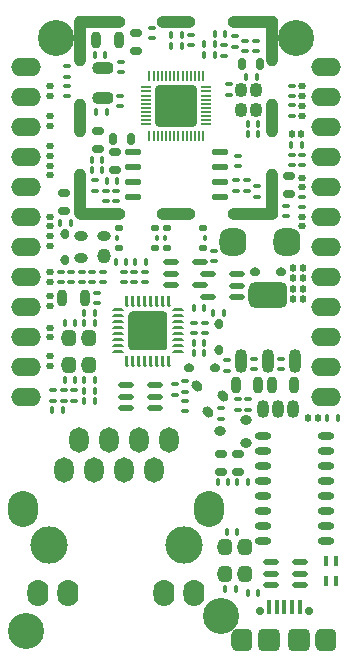
<source format=gts>
G04 #@! TF.GenerationSoftware,KiCad,Pcbnew,6.0.5-a6ca702e91~116~ubuntu20.04.1*
G04 #@! TF.CreationDate,2024-03-02T15:14:07+03:00*
G04 #@! TF.ProjectId,iot-esp-eth-ind,696f742d-6573-4702-9d65-74682d696e64,rev?*
G04 #@! TF.SameCoordinates,PX3072580PYa990340*
G04 #@! TF.FileFunction,Soldermask,Top*
G04 #@! TF.FilePolarity,Negative*
%FSLAX46Y46*%
G04 Gerber Fmt 4.6, Leading zero omitted, Abs format (unit mm)*
G04 Created by KiCad (PCBNEW 6.0.5-a6ca702e91~116~ubuntu20.04.1) date 2024-03-02 15:14:07*
%MOMM*%
%LPD*%
G01*
G04 APERTURE LIST*
G04 Aperture macros list*
%AMRoundRect*
0 Rectangle with rounded corners*
0 $1 Rounding radius*
0 $2 $3 $4 $5 $6 $7 $8 $9 X,Y pos of 4 corners*
0 Add a 4 corners polygon primitive as box body*
4,1,4,$2,$3,$4,$5,$6,$7,$8,$9,$2,$3,0*
0 Add four circle primitives for the rounded corners*
1,1,$1+$1,$2,$3*
1,1,$1+$1,$4,$5*
1,1,$1+$1,$6,$7*
1,1,$1+$1,$8,$9*
0 Add four rect primitives between the rounded corners*
20,1,$1+$1,$2,$3,$4,$5,0*
20,1,$1+$1,$4,$5,$6,$7,0*
20,1,$1+$1,$6,$7,$8,$9,0*
20,1,$1+$1,$8,$9,$2,$3,0*%
%AMHorizOval*
0 Thick line with rounded ends*
0 $1 width*
0 $2 $3 position (X,Y) of the first rounded end (center of the circle)*
0 $4 $5 position (X,Y) of the second rounded end (center of the circle)*
0 Add line between two ends*
20,1,$1,$2,$3,$4,$5,0*
0 Add two circle primitives to create the rounded ends*
1,1,$1,$2,$3*
1,1,$1,$4,$5*%
G04 Aperture macros list end*
%ADD10RoundRect,0.254000X-0.254000X0.063500X-0.254000X-0.063500X0.254000X-0.063500X0.254000X0.063500X0*%
%ADD11RoundRect,0.254000X0.254000X-0.063500X0.254000X0.063500X-0.254000X0.063500X-0.254000X-0.063500X0*%
%ADD12RoundRect,0.152400X0.038100X0.165100X-0.038100X0.165100X-0.038100X-0.165100X0.038100X-0.165100X0*%
%ADD13O,1.399540X0.599440*%
%ADD14RoundRect,0.152400X-0.165100X0.038100X-0.165100X-0.038100X0.165100X-0.038100X0.165100X0.038100X0*%
%ADD15O,1.016000X2.032000*%
%ADD16RoundRect,0.539750X-1.111250X0.539750X-1.111250X-0.539750X1.111250X-0.539750X1.111250X0.539750X0*%
%ADD17RoundRect,0.152400X0.165100X-0.038100X0.165100X0.038100X-0.165100X0.038100X-0.165100X-0.038100X0*%
%ADD18RoundRect,0.508000X-0.127000X0.190500X-0.127000X-0.190500X0.127000X-0.190500X0.127000X0.190500X0*%
%ADD19RoundRect,0.152400X-0.038100X-0.165100X0.038100X-0.165100X0.038100X0.165100X-0.038100X0.165100X0*%
%ADD20RoundRect,0.508000X0.127000X-0.190500X0.127000X0.190500X-0.127000X0.190500X-0.127000X-0.190500X0*%
%ADD21RoundRect,0.406400X-0.482600X0.101600X-0.482600X-0.101600X0.482600X-0.101600X0.482600X0.101600X0*%
%ADD22RoundRect,0.254000X0.063500X0.254000X-0.063500X0.254000X-0.063500X-0.254000X0.063500X-0.254000X0*%
%ADD23O,0.254000X1.016000*%
%ADD24O,1.016000X0.254000*%
%ADD25RoundRect,0.330200X-1.320800X-1.320800X1.320800X-1.320800X1.320800X1.320800X-1.320800X1.320800X0*%
%ADD26C,3.048000*%
%ADD27RoundRect,0.335280X0.083820X0.363220X-0.083820X0.363220X-0.083820X-0.363220X0.083820X-0.363220X0*%
%ADD28RoundRect,0.254000X-0.063500X-0.254000X0.063500X-0.254000X0.063500X0.254000X-0.063500X0.254000X0*%
%ADD29RoundRect,0.203200X-0.050800X-0.114300X0.050800X-0.114300X0.050800X0.114300X-0.050800X0.114300X0*%
%ADD30O,0.762000X0.914400*%
%ADD31RoundRect,0.203200X0.114300X-0.050800X0.114300X0.050800X-0.114300X0.050800X-0.114300X-0.050800X0*%
%ADD32RoundRect,0.335280X-0.083820X-0.363220X0.083820X-0.363220X0.083820X0.363220X-0.083820X0.363220X0*%
%ADD33O,1.320800X0.508000*%
%ADD34O,1.016000X1.524000*%
%ADD35O,0.406400X0.914400*%
%ADD36O,0.914400X0.762000*%
%ADD37O,1.016000X0.812800*%
%ADD38RoundRect,0.203200X-0.114300X0.050800X-0.114300X-0.050800X0.114300X-0.050800X0.114300X0.050800X0*%
%ADD39O,0.762000X0.558800*%
%ADD40O,0.355600X0.635000*%
%ADD41C,0.711200*%
%ADD42O,0.381000X1.270000*%
%ADD43RoundRect,0.444500X-0.444500X0.508000X-0.444500X-0.508000X0.444500X-0.508000X0.444500X0.508000X0*%
%ADD44RoundRect,0.476250X-0.476250X0.476250X-0.476250X-0.476250X0.476250X-0.476250X0.476250X0.476250X0*%
%ADD45O,2.540000X1.524000*%
%ADD46RoundRect,0.914400X-0.228600X-0.292100X0.228600X-0.292100X0.228600X0.292100X-0.228600X0.292100X0*%
%ADD47RoundRect,0.203200X0.050800X0.114300X-0.050800X0.114300X-0.050800X-0.114300X0.050800X-0.114300X0*%
%ADD48O,1.371600X0.558800*%
%ADD49C,3.175000*%
%ADD50O,1.651000X2.159000*%
%ADD51O,1.778000X2.286000*%
%ADD52O,2.540000X3.048000*%
%ADD53O,1.143000X1.270000*%
%ADD54O,1.143000X0.838200*%
%ADD55HorizOval,0.812800X-0.071842X0.071842X0.071842X-0.071842X0*%
%ADD56RoundRect,0.406400X-0.101600X0.165100X-0.101600X-0.165100X0.101600X-0.165100X0.101600X0.165100X0*%
%ADD57O,0.177800X0.889000*%
%ADD58O,0.889000X0.177800*%
%ADD59RoundRect,0.355600X1.422400X1.422400X-1.422400X1.422400X-1.422400X-1.422400X1.422400X-1.422400X0*%
%ADD60O,4.318000X1.016000*%
%ADD61O,1.016000X4.318000*%
%ADD62O,1.016000X3.302000*%
%ADD63O,3.302000X1.016000*%
G04 APERTURE END LIST*
D10*
G04 #@! TO.C,C22*
X11303000Y52654200D03*
X11303000Y51130200D03*
G04 #@! TD*
D11*
G04 #@! TO.C,L81*
X18542000Y15494000D03*
X18542000Y17018000D03*
G04 #@! TD*
G04 #@! TO.C,L2*
X9525000Y41021000D03*
X9525000Y42545000D03*
G04 #@! TD*
D12*
G04 #@! TO.C,C87*
X20764500Y14605000D03*
X19875500Y14605000D03*
G04 #@! TD*
D13*
G04 #@! TO.C,U81*
X22098000Y18542000D03*
X22098000Y17272000D03*
X22098000Y16002000D03*
X22098000Y14732000D03*
X22098000Y13462000D03*
X22098000Y12192000D03*
X22098000Y10922000D03*
X22098000Y9652000D03*
X27432000Y9652000D03*
X27432000Y10922000D03*
X27432000Y12192000D03*
X27432000Y13462000D03*
X27432000Y14732000D03*
X27432000Y16002000D03*
X27432000Y17272000D03*
X27432000Y18542000D03*
G04 #@! TD*
D14*
G04 #@! TO.C,C7*
X21463000Y52006500D03*
X21463000Y51117500D03*
G04 #@! TD*
G04 #@! TO.C,R72*
X8509000Y32448500D03*
X8509000Y31559500D03*
G04 #@! TD*
G04 #@! TO.C,C24*
X8763000Y39306500D03*
X8763000Y38417500D03*
G04 #@! TD*
D15*
G04 #@! TO.C,U41*
X20193000Y24892000D03*
X22479000Y24892000D03*
X24765000Y24892000D03*
D16*
X22479000Y30480000D03*
G04 #@! TD*
D10*
G04 #@! TO.C,D42*
X24257000Y38989000D03*
X24257000Y40513000D03*
G04 #@! TD*
D11*
G04 #@! TO.C,C18*
X8128000Y42824400D03*
X8128000Y44348400D03*
G04 #@! TD*
D17*
G04 #@! TO.C,C62*
X5207000Y21526500D03*
X5207000Y22415500D03*
G04 #@! TD*
D18*
G04 #@! TO.C,X81*
X18859500Y9144000D03*
X18859500Y6858000D03*
X20510500Y6858000D03*
X20510500Y9144000D03*
G04 #@! TD*
D19*
G04 #@! TO.C,C12*
X20637500Y48895000D03*
X21526500Y48895000D03*
G04 #@! TD*
D14*
G04 #@! TO.C,C25*
X9652000Y39306500D03*
X9652000Y38417500D03*
G04 #@! TD*
G04 #@! TO.C,C10*
X19939000Y42278300D03*
X19939000Y41389300D03*
G04 #@! TD*
D20*
G04 #@! TO.C,X61*
X7302500Y24511000D03*
X7302500Y26797000D03*
X5651500Y26797000D03*
X5651500Y24511000D03*
G04 #@! TD*
D14*
G04 #@! TO.C,C3*
X18796000Y51625500D03*
X18796000Y50736500D03*
G04 #@! TD*
G04 #@! TO.C,C65*
X14605000Y22923500D03*
X14605000Y22034500D03*
G04 #@! TD*
G04 #@! TO.C,R51*
X24511000Y42354500D03*
X24511000Y41465500D03*
G04 #@! TD*
D19*
G04 #@! TO.C,R69*
X16192500Y26416000D03*
X17081500Y26416000D03*
G04 #@! TD*
D21*
G04 #@! TO.C,X2*
X8509000Y49657000D03*
X8509000Y47117000D03*
G04 #@! TD*
D19*
G04 #@! TO.C,R31*
X9588500Y33274000D03*
X10477500Y33274000D03*
G04 #@! TD*
D17*
G04 #@! TO.C,C73*
X7620000Y31559500D03*
X7620000Y32448500D03*
G04 #@! TD*
D22*
G04 #@! TO.C,C11*
X10922000Y43688000D03*
X9398000Y43688000D03*
G04 #@! TD*
D23*
G04 #@! TO.C,U61*
X10566400Y24892000D03*
X11074400Y24892000D03*
X11569700Y24892000D03*
X12065000Y24892000D03*
X12573000Y24892000D03*
X13068300Y24892000D03*
X13563600Y24892000D03*
X14071600Y24892000D03*
D24*
X14859000Y25679400D03*
X14859000Y26187400D03*
X14859000Y26682700D03*
X14859000Y27178000D03*
X14859000Y27686000D03*
X14859000Y28181300D03*
X14859000Y28676600D03*
X14859000Y29184600D03*
D23*
X14071600Y29972000D03*
X13563600Y29972000D03*
X13068300Y29972000D03*
X12573000Y29972000D03*
X12065000Y29972000D03*
X11569700Y29972000D03*
X11074400Y29972000D03*
X10566400Y29972000D03*
D24*
X9779000Y29184600D03*
X9779000Y28676600D03*
X9779000Y28181300D03*
X9779000Y27686000D03*
X9779000Y27178000D03*
X9779000Y26682700D03*
X9779000Y26187400D03*
X9779000Y25679400D03*
D25*
X12319000Y27432000D03*
G04 #@! TD*
D19*
G04 #@! TO.C,C23*
X14287500Y52451000D03*
X15176500Y52451000D03*
G04 #@! TD*
G04 #@! TO.C,C15*
X7937500Y45974000D03*
X8826500Y45974000D03*
G04 #@! TD*
D14*
G04 #@! TO.C,C66*
X16256000Y28130500D03*
X16256000Y27241500D03*
G04 #@! TD*
G04 #@! TO.C,C5*
X9931400Y47358300D03*
X9931400Y46469300D03*
G04 #@! TD*
D26*
G04 #@! TO.C,FD3*
X2032000Y2032000D03*
G04 #@! TD*
D27*
G04 #@! TO.C,C21*
X9842500Y52070000D03*
X7937500Y52070000D03*
G04 #@! TD*
D28*
G04 #@! TO.C,C8*
X20320000Y50038000D03*
X21844000Y50038000D03*
G04 #@! TD*
D29*
G04 #@! TO.C,D107*
X24612600Y31877000D03*
X25425400Y31877000D03*
G04 #@! TD*
D14*
G04 #@! TO.C,R56*
X24511000Y48196500D03*
X24511000Y47307500D03*
G04 #@! TD*
D30*
G04 #@! TO.C,D82*
X18338800Y28041600D03*
X18338800Y25806400D03*
G04 #@! TD*
D12*
G04 #@! TO.C,R64*
X7810500Y22352000D03*
X6921500Y22352000D03*
G04 #@! TD*
D31*
G04 #@! TO.C,D95*
X4064000Y36296600D03*
X4064000Y37109400D03*
G04 #@! TD*
D12*
G04 #@! TO.C,C81*
X21653500Y5207000D03*
X20764500Y5207000D03*
G04 #@! TD*
G04 #@! TO.C,C69*
X6159500Y23241000D03*
X5270500Y23241000D03*
G04 #@! TD*
D32*
G04 #@! TO.C,C89*
X19748500Y22860000D03*
X21653500Y22860000D03*
G04 #@! TD*
D19*
G04 #@! TO.C,C70*
X5270500Y28067000D03*
X6159500Y28067000D03*
G04 #@! TD*
D14*
G04 #@! TO.C,R7*
X19812000Y40195500D03*
X19812000Y39306500D03*
G04 #@! TD*
D12*
G04 #@! TO.C,C68*
X7810500Y28067000D03*
X6921500Y28067000D03*
G04 #@! TD*
D33*
G04 #@! TO.C,D81*
X25196800Y5892800D03*
X25196800Y6858000D03*
X25196800Y7823200D03*
X22758400Y7823200D03*
X22758400Y6858000D03*
X22758400Y5892800D03*
G04 #@! TD*
D17*
G04 #@! TO.C,C2*
X16002000Y51625500D03*
X16002000Y52514500D03*
G04 #@! TD*
D12*
G04 #@! TO.C,R6*
X17081500Y29387800D03*
X16192500Y29387800D03*
G04 #@! TD*
G04 #@! TO.C,C1*
X17970500Y51689000D03*
X17081500Y51689000D03*
G04 #@! TD*
D34*
G04 #@! TO.C,J41*
X22098000Y20828000D03*
X23368000Y20828000D03*
X24638000Y20828000D03*
G04 #@! TD*
D35*
G04 #@! TO.C,T81*
X27406600Y6248400D03*
X27406600Y7975600D03*
X28219400Y7975600D03*
X28219400Y6248400D03*
G04 #@! TD*
D36*
G04 #@! TO.C,D41*
X21361400Y32385000D03*
X23596600Y32385000D03*
G04 #@! TD*
D37*
G04 #@! TO.C,Q81*
X20657820Y17970500D03*
X20657820Y19875500D03*
X18458180Y18923000D03*
G04 #@! TD*
D17*
G04 #@! TO.C,R4*
X19177000Y47434500D03*
X19177000Y48323500D03*
G04 #@! TD*
D12*
G04 #@! TO.C,C17*
X8445500Y41910000D03*
X7556500Y41910000D03*
G04 #@! TD*
D19*
G04 #@! TO.C,C9*
X20764500Y44069000D03*
X21653500Y44069000D03*
G04 #@! TD*
D14*
G04 #@! TO.C,R2*
X21590000Y39687500D03*
X21590000Y38798500D03*
G04 #@! TD*
D38*
G04 #@! TO.C,D96*
X4064000Y35458400D03*
X4064000Y34645600D03*
G04 #@! TD*
D17*
G04 #@! TO.C,C63*
X6096000Y21526500D03*
X6096000Y22415500D03*
G04 #@! TD*
D14*
G04 #@! TO.C,C43*
X21336000Y25082500D03*
X21336000Y24193500D03*
G04 #@! TD*
D12*
G04 #@! TO.C,C19*
X8445500Y41021000D03*
X7556500Y41021000D03*
G04 #@! TD*
D17*
G04 #@! TO.C,C4*
X5461000Y48958500D03*
X5461000Y49847500D03*
G04 #@! TD*
D38*
G04 #@! TO.C,D94*
X4064000Y41427400D03*
X4064000Y40614600D03*
G04 #@! TD*
D26*
G04 #@! TO.C,FD4*
X18542000Y3302000D03*
G04 #@! TD*
D19*
G04 #@! TO.C,C90*
X17843500Y28956000D03*
X18732500Y28956000D03*
G04 #@! TD*
D12*
G04 #@! TO.C,C14*
X8699500Y50800000D03*
X7810500Y50800000D03*
G04 #@! TD*
D26*
G04 #@! TO.C,FD1*
X4572000Y52197000D03*
G04 #@! TD*
D14*
G04 #@! TO.C,C6*
X19685000Y52387500D03*
X19685000Y51498500D03*
G04 #@! TD*
D36*
G04 #@! TO.C,D83*
X18008600Y24257000D03*
X15773400Y24257000D03*
G04 #@! TD*
D30*
G04 #@! TO.C,D31*
X5334000Y35661600D03*
X5334000Y33426400D03*
G04 #@! TD*
D38*
G04 #@! TO.C,D101*
X25400000Y48158400D03*
X25400000Y47345600D03*
G04 #@! TD*
D39*
G04 #@! TO.C,S31*
X12954000Y34467800D03*
X9906000Y34467800D03*
X12954000Y36144200D03*
X9906000Y36144200D03*
D40*
X13131800Y35306000D03*
X9728200Y35306000D03*
G04 #@! TD*
D10*
G04 #@! TO.C,C83*
X19939000Y17018000D03*
X19939000Y15494000D03*
G04 #@! TD*
D12*
G04 #@! TO.C,D1*
X18859500Y52578000D03*
X17970500Y52578000D03*
G04 #@! TD*
D41*
G04 #@! TO.C,J81*
X25958800Y3733800D03*
X21793200Y3733800D03*
D42*
X22575520Y4064000D03*
X23228300Y4064000D03*
X23876000Y4064000D03*
X24523700Y4064000D03*
X25176480Y4064000D03*
D43*
X27432000Y1270000D03*
D44*
X25146000Y1270000D03*
D43*
X20320000Y1270000D03*
D44*
X22606000Y1270000D03*
G04 #@! TD*
D31*
G04 #@! TO.C,D99*
X4064000Y26898600D03*
X4064000Y27711400D03*
G04 #@! TD*
D14*
G04 #@! TO.C,L4*
X7874000Y40195500D03*
X7874000Y39306500D03*
G04 #@! TD*
D19*
G04 #@! TO.C,R32*
X4889500Y36576000D03*
X5778500Y36576000D03*
G04 #@! TD*
G04 #@! TO.C,C13*
X20764500Y44958000D03*
X21653500Y44958000D03*
G04 #@! TD*
D14*
G04 #@! TO.C,R84*
X19050000Y24955500D03*
X19050000Y24066500D03*
G04 #@! TD*
D17*
G04 #@! TO.C,C86*
X20828000Y20764500D03*
X20828000Y21653500D03*
G04 #@! TD*
D33*
G04 #@! TO.C,U62*
X14274800Y33223200D03*
X14274800Y32258000D03*
X14274800Y31292800D03*
X16713200Y31292800D03*
X16713200Y33223200D03*
G04 #@! TD*
D29*
G04 #@! TO.C,D109*
X24612600Y30099000D03*
X25425400Y30099000D03*
G04 #@! TD*
D17*
G04 #@! TO.C,R41*
X24003000Y37147500D03*
X24003000Y38036500D03*
G04 #@! TD*
D11*
G04 #@! TO.C,C32*
X5207000Y37592000D03*
X5207000Y39116000D03*
G04 #@! TD*
D29*
G04 #@! TO.C,D108*
X24612600Y30988000D03*
X25425400Y30988000D03*
G04 #@! TD*
D38*
G04 #@! TO.C,D102*
X25400000Y46475650D03*
X25400000Y45662850D03*
G04 #@! TD*
D12*
G04 #@! TO.C,C67*
X7810500Y28956000D03*
X6921500Y28956000D03*
G04 #@! TD*
G04 #@! TO.C,C64*
X7810500Y21463000D03*
X6921500Y21463000D03*
G04 #@! TD*
D14*
G04 #@! TO.C,R67*
X11176000Y32448500D03*
X11176000Y31559500D03*
G04 #@! TD*
D33*
G04 #@! TO.C,U82*
X19888200Y30276800D03*
X19888200Y31242000D03*
X19888200Y32207200D03*
X17449800Y32207200D03*
X17449800Y30276800D03*
G04 #@! TD*
D14*
G04 #@! TO.C,R81*
X18542000Y20891500D03*
X18542000Y20002500D03*
G04 #@! TD*
D19*
G04 #@! TO.C,C31*
X11239500Y33274000D03*
X12128500Y33274000D03*
G04 #@! TD*
D45*
G04 #@! TO.C,J52*
X27432000Y49784000D03*
X27432000Y47244000D03*
X27432000Y44704000D03*
X27432000Y42164000D03*
X27432000Y39624000D03*
X27432000Y37084000D03*
X27432000Y34544000D03*
X27432000Y32004000D03*
X27432000Y29464000D03*
X27432000Y26924000D03*
X27432000Y24384000D03*
X27432000Y21844000D03*
G04 #@! TD*
D46*
G04 #@! TO.C,C42*
X19558000Y34925000D03*
X24130000Y34925000D03*
G04 #@! TD*
D12*
G04 #@! TO.C,R70*
X7810500Y23241000D03*
X6921500Y23241000D03*
G04 #@! TD*
D38*
G04 #@! TO.C,D100*
X4064000Y25298400D03*
X4064000Y24485600D03*
G04 #@! TD*
D47*
G04 #@! TO.C,D110*
X26695400Y20066000D03*
X25882600Y20066000D03*
G04 #@! TD*
D48*
G04 #@! TO.C,U2*
X18415000Y38735000D03*
X18415000Y40005000D03*
X18415000Y41275000D03*
X18415000Y42545000D03*
X11049000Y42545000D03*
X11049000Y41275000D03*
X11049000Y40005000D03*
X11049000Y38735000D03*
G04 #@! TD*
D49*
G04 #@! TO.C,J61*
X15367000Y9268968D03*
X3937000Y9268968D03*
D50*
X5207000Y15621000D03*
X6477000Y18161000D03*
X7747000Y15621000D03*
X9017000Y18161000D03*
X10287000Y15621000D03*
X11557000Y18161000D03*
X12827000Y15621000D03*
X14097000Y18161000D03*
D51*
X3048000Y5207000D03*
X5588000Y5207000D03*
X13716000Y5207000D03*
X16256000Y5207000D03*
D52*
X17526000Y12319000D03*
X1778000Y12319000D03*
G04 #@! TD*
D17*
G04 #@! TO.C,R1*
X20574000Y51117500D03*
X20574000Y52006500D03*
G04 #@! TD*
D14*
G04 #@! TO.C,R71*
X15494000Y23177500D03*
X15494000Y22288500D03*
G04 #@! TD*
D17*
G04 #@! TO.C,C74*
X6731000Y31559500D03*
X6731000Y32448500D03*
G04 #@! TD*
G04 #@! TO.C,R82*
X15494000Y20637500D03*
X15494000Y21526500D03*
G04 #@! TD*
D14*
G04 #@! TO.C,R63*
X4318000Y22415500D03*
X4318000Y21526500D03*
G04 #@! TD*
D17*
G04 #@! TO.C,L82*
X19939000Y20764500D03*
X19939000Y21653500D03*
G04 #@! TD*
D19*
G04 #@! TO.C,R68*
X16192500Y25527000D03*
X17081500Y25527000D03*
G04 #@! TD*
D14*
G04 #@! TO.C,R52*
X25400000Y38798500D03*
X25400000Y37909500D03*
G04 #@! TD*
D32*
G04 #@! TO.C,C72*
X5092700Y30226000D03*
X6997700Y30226000D03*
G04 #@! TD*
D19*
G04 #@! TO.C,R54*
X24447500Y43180000D03*
X25336500Y43180000D03*
G04 #@! TD*
D53*
G04 #@! TO.C,U31*
X8572500Y33769300D03*
D54*
X8572500Y35496500D03*
X6667500Y35496500D03*
X6667500Y33591500D03*
G04 #@! TD*
D17*
G04 #@! TO.C,R3*
X5461000Y47307500D03*
X5461000Y48196500D03*
G04 #@! TD*
D14*
G04 #@! TO.C,R85*
X23622000Y25082500D03*
X23622000Y24193500D03*
G04 #@! TD*
D31*
G04 #@! TO.C,D104*
X25400000Y39598600D03*
X25400000Y40411400D03*
G04 #@! TD*
D38*
G04 #@! TO.C,D91*
X4064000Y48158400D03*
X4064000Y47345600D03*
G04 #@! TD*
D31*
G04 #@! TO.C,D105*
X25400000Y36296600D03*
X25400000Y37109400D03*
G04 #@! TD*
D45*
G04 #@! TO.C,J51*
X2032000Y49784000D03*
X2032000Y47244000D03*
X2032000Y44704000D03*
X2032000Y42164000D03*
X2032000Y39624000D03*
X2032000Y37084000D03*
X2032000Y34544000D03*
X2032000Y32004000D03*
X2032000Y29464000D03*
X2032000Y26924000D03*
X2032000Y24384000D03*
X2032000Y21844000D03*
G04 #@! TD*
D29*
G04 #@! TO.C,D103*
X24485600Y44069000D03*
X25298400Y44069000D03*
G04 #@! TD*
D55*
G04 #@! TO.C,Q82*
X17376170Y20576498D03*
X18723208Y21923536D03*
X16494309Y22805397D03*
G04 #@! TD*
D14*
G04 #@! TO.C,R8*
X20701000Y40195500D03*
X20701000Y39306500D03*
G04 #@! TD*
D12*
G04 #@! TO.C,R62*
X5118100Y20701000D03*
X4229100Y20701000D03*
G04 #@! TD*
D56*
G04 #@! TO.C,X1*
X20193000Y47802800D03*
X20193000Y46151800D03*
X21463000Y46151800D03*
X21463000Y47802800D03*
G04 #@! TD*
D12*
G04 #@! TO.C,L1*
X17970500Y50800000D03*
X17081500Y50800000D03*
G04 #@! TD*
D17*
G04 #@! TO.C,R83*
X17145000Y27241500D03*
X17145000Y28130500D03*
G04 #@! TD*
D38*
G04 #@! TO.C,D98*
X4064000Y30378400D03*
X4064000Y29565600D03*
G04 #@! TD*
G04 #@! TO.C,D93*
X4064000Y43078400D03*
X4064000Y42265600D03*
G04 #@! TD*
D12*
G04 #@! TO.C,C85*
X19748500Y5588000D03*
X18859500Y5588000D03*
G04 #@! TD*
D19*
G04 #@! TO.C,C16*
X8826500Y40132000D03*
X9715500Y40132000D03*
G04 #@! TD*
D26*
G04 #@! TO.C,FD2*
X24892000Y52197000D03*
G04 #@! TD*
D19*
G04 #@! TO.C,C88*
X27495500Y20066000D03*
X28384500Y20066000D03*
G04 #@! TD*
G04 #@! TO.C,L3*
X14287500Y51587400D03*
X15176500Y51587400D03*
G04 #@! TD*
D57*
G04 #@! TO.C,U1*
X17007000Y49022000D03*
X16657000Y49022000D03*
X16307000Y49022000D03*
X15957000Y49022000D03*
X15607000Y49022000D03*
X15257000Y49022000D03*
X14907000Y49022000D03*
X14557000Y49022000D03*
X14207000Y49022000D03*
X13857000Y49022000D03*
X13507000Y49022000D03*
X13157000Y49022000D03*
X12807000Y49022000D03*
X12457000Y49022000D03*
D58*
X12192000Y48057000D03*
X12192000Y47707000D03*
X12192000Y47357000D03*
X12192000Y47007000D03*
X12192000Y46657000D03*
X12192000Y46307000D03*
X12192000Y45957000D03*
X12192000Y45607000D03*
X12192000Y45257000D03*
X12192000Y44907000D03*
D57*
X12457000Y43942000D03*
X12807000Y43942000D03*
X13157000Y43942000D03*
X13507000Y43942000D03*
X13857000Y43942000D03*
X14207000Y43942000D03*
X14557000Y43942000D03*
X14907000Y43942000D03*
X15257000Y43942000D03*
X15607000Y43942000D03*
X15957000Y43942000D03*
X16307000Y43942000D03*
X16657000Y43942000D03*
X17007000Y43942000D03*
D58*
X17272000Y44907000D03*
X17272000Y45257000D03*
X17272000Y45607000D03*
X17272000Y45957000D03*
X17272000Y46307000D03*
X17272000Y46657000D03*
X17272000Y47007000D03*
X17272000Y47357000D03*
X17272000Y47707000D03*
X17272000Y48057000D03*
D59*
X14732000Y46482000D03*
G04 #@! TD*
D17*
G04 #@! TO.C,R65*
X12065000Y31559500D03*
X12065000Y32448500D03*
G04 #@! TD*
D14*
G04 #@! TO.C,L61*
X5842000Y32448500D03*
X5842000Y31559500D03*
G04 #@! TD*
D19*
G04 #@! TO.C,C82*
X18224500Y14605000D03*
X19113500Y14605000D03*
G04 #@! TD*
D17*
G04 #@! TO.C,C75*
X17907000Y33337500D03*
X17907000Y34226500D03*
G04 #@! TD*
D31*
G04 #@! TO.C,D97*
X4064000Y31597600D03*
X4064000Y32410400D03*
G04 #@! TD*
D14*
G04 #@! TO.C,C71*
X4953000Y32448500D03*
X4953000Y31559500D03*
G04 #@! TD*
D39*
G04 #@! TO.C,S1*
X17018000Y34467800D03*
X13970000Y34467800D03*
X17018000Y36144200D03*
X13970000Y36144200D03*
D40*
X17195800Y35306000D03*
X13792200Y35306000D03*
G04 #@! TD*
D14*
G04 #@! TO.C,R73*
X8001000Y30670500D03*
X8001000Y29781500D03*
G04 #@! TD*
G04 #@! TO.C,R66*
X10287000Y32448500D03*
X10287000Y31559500D03*
G04 #@! TD*
D29*
G04 #@! TO.C,D106*
X24612600Y32766000D03*
X25425400Y32766000D03*
G04 #@! TD*
D33*
G04 #@! TO.C,D61*
X12903200Y20878800D03*
X12903200Y21844000D03*
X12903200Y22809200D03*
X10464800Y22809200D03*
X10464800Y21844000D03*
X10464800Y20878800D03*
G04 #@! TD*
D38*
G04 #@! TO.C,D92*
X4064000Y45618400D03*
X4064000Y44805600D03*
G04 #@! TD*
D60*
G04 #@! TO.C,SH1*
X21209000Y37338000D03*
X8255000Y53594000D03*
D61*
X22860000Y38989000D03*
X22860000Y51943000D03*
D62*
X22860000Y45466000D03*
D60*
X21209000Y53594000D03*
D62*
X6604000Y45466000D03*
D60*
X8255000Y37338000D03*
D61*
X6604000Y38989000D03*
D63*
X14732000Y37338000D03*
X14732000Y53594000D03*
D61*
X6604000Y51943000D03*
G04 #@! TD*
D12*
G04 #@! TO.C,C84*
X19875500Y10414000D03*
X18986500Y10414000D03*
G04 #@! TD*
D14*
G04 #@! TO.C,R55*
X24511000Y46545500D03*
X24511000Y45656500D03*
G04 #@! TD*
G04 #@! TO.C,R53*
X25400000Y42354500D03*
X25400000Y41465500D03*
G04 #@! TD*
D27*
G04 #@! TO.C,C41*
X24701500Y22860000D03*
X22796500Y22860000D03*
G04 #@! TD*
D14*
G04 #@! TO.C,R5*
X10033000Y50228500D03*
X10033000Y49339500D03*
G04 #@! TD*
D17*
G04 #@! TO.C,C20*
X12642850Y52190650D03*
X12642850Y53079650D03*
G04 #@! TD*
M02*

</source>
